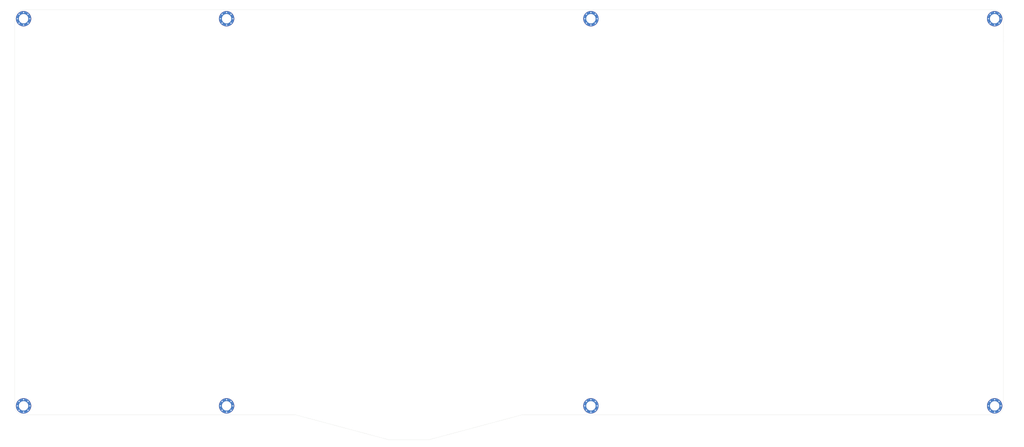
<source format=kicad_pcb>
(kicad_pcb (version 20211014) (generator pcbnew)
  (layers (0 "F.Cu" signal) (31 "B.Cu" signal) (34 "B.Paste" user) (35 "F.Paste" user) (36 "B.SilkS" user "B.Silkscreen") (37 "F.SilkS" user "F.Silkscreen") (38 "B.Mask" user) (39 "F.Mask" user) (44 "Edge.Cuts" user))
  (net 0 "")
  (net 1 "GND")
  (footprint "keyboard:MountingHole_3.2mm_M2_Pad_Via" (layer "F.Cu") (at 376.225 57.57)
    (fp_text reference "MountBaseMiddleTop7" hide)
    (fp_text value "MountingHole")
    (pad "1" thru_hole circle (at 1.49 -1.49) (size 0.7 0.7) (drill 0.4) (layers *.Cu *.Mask))
    (pad "1" thru_hole circle (at -1.49 1.49) (size 0.7 0.7) (drill 0.4) (layers *.Cu *.Mask))
    (pad "1" thru_hole circle (at 0 -2.1) (size 0.7 0.7) (drill 0.4) (layers *.Cu *.Mask))
    (pad "1" thru_hole circle (at 1.49 1.49) (size 0.7 0.7) (drill 0.4) (layers *.Cu *.Mask))
    (pad "1" thru_hole circle (at 0 2.1) (size 0.7 0.7) (drill 0.4) (layers *.Cu *.Mask))
    (pad "1" thru_hole circle (at -2.1 0) (size 0.7 0.7) (drill 0.4) (layers *.Cu *.Mask))
    (pad "1" thru_hole circle (at -1.49 -1.49) (size 0.7 0.7) (drill 0.4) (layers *.Cu *.Mask))
    (pad "1" thru_hole circle (at 2.1 0) (size 0.7 0.7) (drill 0.4) (layers *.Cu *.Mask))
    (pad "1" thru_hole circle (at 0 0) (size 5.2 5.2) (drill 3.2) (layers *.Cu *.Mask))
  )
  (footprint "keyboard:MountingHole_3.2mm_M2_Pad_Via" (layer "F.Cu") (at 115.831016 188.97)
    (fp_text reference "MountBaseMiddleTop4" hide)
    (fp_text value "MountingHole")
    (pad "1" thru_hole circle (at 0 0) (size 5.2 5.2) (drill 3.2) (layers *.Cu *.Mask))
    (pad "1" thru_hole circle (at -1.49 -1.49) (size 0.7 0.7) (drill 0.4) (layers *.Cu *.Mask))
    (pad "1" thru_hole circle (at -2.1 0) (size 0.7 0.7) (drill 0.4) (layers *.Cu *.Mask))
    (pad "1" thru_hole circle (at -1.49 1.49) (size 0.7 0.7) (drill 0.4) (layers *.Cu *.Mask))
    (pad "1" thru_hole circle (at 1.49 1.49) (size 0.7 0.7) (drill 0.4) (layers *.Cu *.Mask))
    (pad "1" thru_hole circle (at 1.49 -1.49) (size 0.7 0.7) (drill 0.4) (layers *.Cu *.Mask))
    (pad "1" thru_hole circle (at 0 2.1) (size 0.7 0.7) (drill 0.4) (layers *.Cu *.Mask))
    (pad "1" thru_hole circle (at 2.1 0) (size 0.7 0.7) (drill 0.4) (layers *.Cu *.Mask))
    (pad "1" thru_hole circle (at 0 -2.1) (size 0.7 0.7) (drill 0.4) (layers *.Cu *.Mask))
  )
  (footprint "keyboard:MountingHole_3.2mm_M2_Pad_Via" (layer "F.Cu") (at 47 188.97)
    (fp_text reference "MountBaseMiddleTop2" hide)
    (fp_text value "MountingHole")
    (pad "1" thru_hole circle (at -2.1 0) (size 0.7 0.7) (drill 0.4) (layers *.Cu *.Mask))
    (pad "1" thru_hole circle (at 0 2.1) (size 0.7 0.7) (drill 0.4) (layers *.Cu *.Mask))
    (pad "1" thru_hole circle (at 1.49 1.49) (size 0.7 0.7) (drill 0.4) (layers *.Cu *.Mask))
    (pad "1" thru_hole circle (at 2.1 0) (size 0.7 0.7) (drill 0.4) (layers *.Cu *.Mask))
    (pad "1" thru_hole circle (at 0 0) (size 5.2 5.2) (drill 3.2) (layers *.Cu *.Mask))
    (pad "1" thru_hole circle (at -1.49 -1.49) (size 0.7 0.7) (drill 0.4) (layers *.Cu *.Mask))
    (pad "1" thru_hole circle (at 1.49 -1.49) (size 0.7 0.7) (drill 0.4) (layers *.Cu *.Mask))
    (pad "1" thru_hole circle (at 0 -2.1) (size 0.7 0.7) (drill 0.4) (layers *.Cu *.Mask))
    (pad "1" thru_hole circle (at -1.49 1.49) (size 0.7 0.7) (drill 0.4) (layers *.Cu *.Mask))
  )
  (footprint "keyboard:MountingHole_3.2mm_M2_Pad_Via" (layer "F.Cu") (at 239.343984 188.97)
    (fp_text reference "MountBaseMiddleTop6" hide)
    (fp_text value "MountingHole")
    (pad "1" thru_hole circle (at 0 -2.1) (size 0.7 0.7) (drill 0.4) (layers *.Cu *.Mask))
    (pad "1" thru_hole circle (at 0 0) (size 5.2 5.2) (drill 3.2) (layers *.Cu *.Mask))
    (pad "1" thru_hole circle (at 0 2.1) (size 0.7 0.7) (drill 0.4) (layers *.Cu *.Mask))
    (pad "1" thru_hole circle (at -1.49 1.49) (size 0.7 0.7) (drill 0.4) (layers *.Cu *.Mask))
    (pad "1" thru_hole circle (at 1.49 -1.49) (size 0.7 0.7) (drill 0.4) (layers *.Cu *.Mask))
    (pad "1" thru_hole circle (at -1.49 -1.49) (size 0.7 0.7) (drill 0.4) (layers *.Cu *.Mask))
    (pad "1" thru_hole circle (at 1.49 1.49) (size 0.7 0.7) (drill 0.4) (layers *.Cu *.Mask))
    (pad "1" thru_hole circle (at 2.1 0) (size 0.7 0.7) (drill 0.4) (layers *.Cu *.Mask))
    (pad "1" thru_hole circle (at -2.1 0) (size 0.7 0.7) (drill 0.4) (layers *.Cu *.Mask))
  )
  (footprint "keyboard:MountingHole_3.2mm_M2_Pad_Via" (layer "F.Cu") (at 47 57.57)
    (fp_text reference "MountBaseMiddleTop1" hide)
    (fp_text value "MountingHole")
    (pad "1" thru_hole circle (at 1.49 -1.49) (size 0.7 0.7) (drill 0.4) (layers *.Cu *.Mask))
    (pad "1" thru_hole circle (at 0 2.1) (size 0.7 0.7) (drill 0.4) (layers *.Cu *.Mask))
    (pad "1" thru_hole circle (at -1.49 -1.49) (size 0.7 0.7) (drill 0.4) (layers *.Cu *.Mask))
    (pad "1" thru_hole circle (at 1.49 1.49) (size 0.7 0.7) (drill 0.4) (layers *.Cu *.Mask))
    (pad "1" thru_hole circle (at 2.1 0) (size 0.7 0.7) (drill 0.4) (layers *.Cu *.Mask))
    (pad "1" thru_hole circle (at 0 0) (size 5.2 5.2) (drill 3.2) (layers *.Cu *.Mask))
    (pad "1" thru_hole circle (at -2.1 0) (size 0.7 0.7) (drill 0.4) (layers *.Cu *.Mask))
    (pad "1" thru_hole circle (at -1.49 1.49) (size 0.7 0.7) (drill 0.4) (layers *.Cu *.Mask))
    (pad "1" thru_hole circle (at 0 -2.1) (size 0.7 0.7) (drill 0.4) (layers *.Cu *.Mask))
  )
  (footprint "keyboard:MountingHole_3.2mm_M2_Pad_Via" (layer "F.Cu") (at 115.831016 57.57)
    (fp_text reference "MountBaseMiddleTop3" hide)
    (fp_text value "MountingHole")
    (pad "1" thru_hole circle (at -2.1 0) (size 0.7 0.7) (drill 0.4) (layers *.Cu *.Mask))
    (pad "1" thru_hole circle (at 1.49 1.49) (size 0.7 0.7) (drill 0.4) (layers *.Cu *.Mask))
    (pad "1" thru_hole circle (at 0 2.1) (size 0.7 0.7) (drill 0.4) (layers *.Cu *.Mask))
    (pad "1" thru_hole circle (at 0 -2.1) (size 0.7 0.7) (drill 0.4) (layers *.Cu *.Mask))
    (pad "1" thru_hole circle (at -1.49 1.49) (size 0.7 0.7) (drill 0.4) (layers *.Cu *.Mask))
    (pad "1" thru_hole circle (at 0 0) (size 5.2 5.2) (drill 3.2) (layers *.Cu *.Mask))
    (pad "1" thru_hole circle (at -1.49 -1.49) (size 0.7 0.7) (drill 0.4) (layers *.Cu *.Mask))
    (pad "1" thru_hole circle (at 1.49 -1.49) (size 0.7 0.7) (drill 0.4) (layers *.Cu *.Mask))
    (pad "1" thru_hole circle (at 2.1 0) (size 0.7 0.7) (drill 0.4) (layers *.Cu *.Mask))
  )
  (footprint "keyboard:MountingHole_3.2mm_M2_Pad_Via" (layer "F.Cu") (at 239.343984 57.57)
    (fp_text reference "MountBaseMiddleTop5" hide)
    (fp_text value "MountingHole")
    (pad "1" thru_hole circle (at 0 2.1) (size 0.7 0.7) (drill 0.4) (layers *.Cu *.Mask))
    (pad "1" thru_hole circle (at 1.49 1.49) (size 0.7 0.7) (drill 0.4) (layers *.Cu *.Mask))
    (pad "1" thru_hole circle (at 1.49 -1.49) (size 0.7 0.7) (drill 0.4) (layers *.Cu *.Mask))
    (pad "1" thru_hole circle (at -1.49 -1.49) (size 0.7 0.7) (drill 0.4) (layers *.Cu *.Mask))
    (pad "1" thru_hole circle (at 2.1 0) (size 0.7 0.7) (drill 0.4) (layers *.Cu *.Mask))
    (pad "1" thru_hole circle (at 0 -2.1) (size 0.7 0.7) (drill 0.4) (layers *.Cu *.Mask))
    (pad "1" thru_hole circle (at -1.49 1.49) (size 0.7 0.7) (drill 0.4) (layers *.Cu *.Mask))
    (pad "1" thru_hole circle (at -2.1 0) (size 0.7 0.7) (drill 0.4) (layers *.Cu *.Mask))
    (pad "1" thru_hole circle (at 0 0) (size 5.2 5.2) (drill 3.2) (layers *.Cu *.Mask))
  )
  (footprint "keyboard:MountingHole_3.2mm_M2_Pad_Via" (layer "F.Cu") (at 376.225 188.97)
    (fp_text reference "MountBaseMiddleTop8" hide)
    (fp_text value "MountingHole")
    (pad "1" thru_hole circle (at -1.49 1.49) (size 0.7 0.7) (drill 0.4) (layers *.Cu *.Mask))
    (pad "1" thru_hole circle (at 0 2.1) (size 0.7 0.7) (drill 0.4) (layers *.Cu *.Mask))
    (pad "1" thru_hole circle (at 0 -2.1) (size 0.7 0.7) (drill 0.4) (layers *.Cu *.Mask))
    (pad "1" thru_hole circle (at 1.49 -1.49) (size 0.7 0.7) (drill 0.4) (layers *.Cu *.Mask))
    (pad "1" thru_hole circle (at 2.1 0) (size 0.7 0.7) (drill 0.4) (layers *.Cu *.Mask))
    (pad "1" thru_hole circle (at -2.1 0) (size 0.7 0.7) (drill 0.4) (layers *.Cu *.Mask))
    (pad "1" thru_hole circle (at -1.49 -1.49) (size 0.7 0.7) (drill 0.4) (layers *.Cu *.Mask))
    (pad "1" thru_hole circle (at 0 0) (size 5.2 5.2) (drill 3.2) (layers *.Cu *.Mask))
    (pad "1" thru_hole circle (at 1.49 1.49) (size 0.7 0.7) (drill 0.4) (layers *.Cu *.Mask))
  )
  (gr_line (start 44 188.97) (end 44 57.57) (layer "Edge.Cuts") (width 0.05))
  (gr_line (start 379.225 57.57) (end 379.225 63.595) (layer "Edge.Cuts") (width 0.05))
  (gr_line (start 379.225 84.595) (end 379.225 83.12) (layer "Edge.Cuts") (width 0.05))
  (gr_line (start 379.225 84.595) (end 379.225 188.97) (layer "Edge.Cuts") (width 0.05))
  (gr_line (start 379.225 83.119999) (end 379.225 65.119997) (layer "Edge.Cuts") (width 0.05))
  (gr_line (start 170.75857 200.469915) (end 184.41643 200.469915) (layer "Edge.Cuts") (width 0.05))
  (gr_line (start 379.225 65.12) (end 379.225 63.595) (layer "Edge.Cuts") (width 0.05))
  (gr_line (start 216.138543 191.97) (end 376.225 191.97) (layer "Edge.Cuts") (width 0.05))
  (gr_arc (start 47 191.97) (mid 44.87868 191.09132) (end 44 188.97) (layer "Edge.Cuts") (width 0.05))
  (gr_arc (start 379.225 188.97) (mid 378.34632 191.09132) (end 376.225 191.97) (layer "Edge.Cuts") (width 0.05))
  (gr_line (start 139.036457 191.97) (end 47 191.97) (layer "Edge.Cuts") (width 0.05))
  (gr_line (start 139.036457 191.97) (end 170.75857 200.469915) (layer "Edge.Cuts") (width 0.05))
  (gr_line (start 184.41643 200.469915) (end 216.138543 191.97) (layer "Edge.Cuts") (width 0.05))
  (gr_arc (start 44 57.57) (mid 44.87868 55.44868) (end 47 54.57) (layer "Edge.Cuts") (width 0.05))
  (gr_line (start 47 54.57) (end 376.225 54.57) (layer "Edge.Cuts") (width 0.05))
  (gr_arc (start 376.225 54.57) (mid 378.34632 55.44868) (end 379.225 57.57) (layer "Edge.Cuts") (width 0.05))
)
</source>
